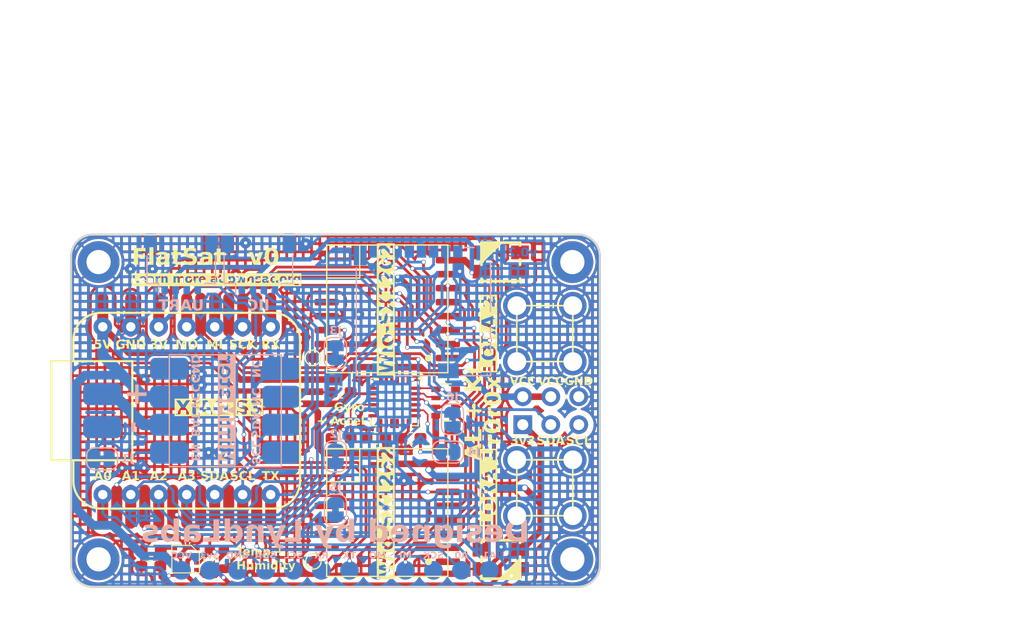
<source format=kicad_pcb>
(kicad_pcb (version 20241229) (generator "pcbnew") (generator_version "9.0")
  (layers (0 "F.Cu" signal) (2 "B.Cu" signal) (13 "F.Paste" user) (15 "B.Paste" user) (5 "F.SilkS" user "F.Silkscreen") (7 "B.SilkS" user "B.Silkscreen") (1 "F.Mask" user) (3 "B.Mask" user) (25 "Edge.Cuts" user))
  (net 0 "")
  (net 1 "Net-(U2-REGOUT)")
  (net 2 "GND")
  (net 3 "Net-(JP4-B)")
  (net 4 "MCU_RX_1")
  (net 5 "Net-(D1-DOUT)")
  (net 6 "Net-(JP4-A)")
  (net 7 "SCL")
  (net 8 "MCU_TX_1")
  (net 9 "Net-(JP1-B)")
  (net 10 "LED")
  (net 12 "CS1")
  (net 13 "CS2")
  (net 14 "SCK")
  (net 15 "MISO")
  (net 16 "MOSI")
  (net 17 "VCC")
  (net 22 "MCU_TX")
  (net 23 "MCU_RX")
  (net 24 "VBAT")
  (net 25 "Net-(JP2-A)")
  (net 26 "INT")
  (net 27 "Net-(JP3-A)")
  (net 28 "BUSY1")
  (net 29 "Net-(JP5-A)")
  (net 30 "BUSY2")
  (net 31 "Net-(U5-DI01)")
  (net 32 "Net-(U6-DI01)")
  (net 34 "SD_CS")
  (net 36 "A0")
  (net 37 "SD_DT")
  (net 39 "A1")
  (net 40 "+3V3")
  (net 41 "SDA")
  (net 42 "NCS")
  (net 43 "Net-(RN1D-R4.2)")
  (net 44 "Net-(RN1C-R3.2)")
  (footprint "Seeed:Wio-SX1262" (layer "F.Cu") (at 4.7 9.25 90)
    (property "Reference" "U6" (hide yes))
    (property "Value" "~")
  )
  (footprint "Package_LGA:Bosch_LGA-8_2.5x2.5mm_P0.65mm_ClockwisePinNumbering" (layer "F.Cu") (at -13.6 13.48 -90)
    (property "Reference" "U3" (hide yes))
    (property "Value" "BME280 /BMP280")
  )
  (footprint "MountingHole:MountingHole_2.2mm_M2_DIN965_Pad" (layer "F.Cu") (at -21.5 13.5)
    (property "Reference" "REF**" (hide yes))
    (property "Value" "M2" (hide yes))
  )
  (footprint "Capacitor_SMD:C_0603_1608Metric_Pad1.08x0.95mm_HandSolder" (layer "F.Cu") (at 0.5125 2.5 180)
    (property "Reference" "C1" (hide yes))
    (property "Value" "0.1uf")
  )
  (footprint "Capacitor_SMD:C_0603_1608Metric_Pad1.08x0.95mm_HandSolder" (layer "F.Cu") (at 0.5125 -1.67 180)
    (property "Reference" "C5" (hide yes))
    (property "Value" "0.1uf")
  )
  (footprint "Capacitor_SMD:C_0603_1608Metric_Pad1.08x0.95mm_HandSolder" (layer "F.Cu") (at 3.675 2.5 180)
    (property "Reference" "C4" (hide yes))
    (property "Value" "0.1uf")
  )
  (footprint "Connector_Coaxial:SMA_Amphenol_901-143_Horizontal" (layer "F.Cu") (at 19 7 -90)
    (property "Reference" "AE1" (hide yes))
    (property "Value" "u.fl to SMA Edge Mount")
  )
  (footprint "MountingHole:MountingHole_2.2mm_M2_DIN965_Pad" (layer "F.Cu") (at 21.5 13.5)
    (property "Reference" "REF**" (hide yes))
    (property "Value" "M2" (hide yes))
  )
  (footprint "Connector_Coaxial:SMA_Amphenol_901-143_Horizontal" (layer "F.Cu") (at 19 -7 -90)
    (property "Reference" "AE2" (hide yes))
    (property "Value" "u.fl to SMA Edge Mount")
  )
  (footprint "Capacitor_SMD:C_0603_1608Metric_Pad1.08x0.95mm_HandSolder" (layer "F.Cu") (at 6.85 2.5 180)
    (property "Reference" "C2" (hide yes))
    (property "Value" "2.2uf")
  )
  (footprint "Capacitor_SMD:C_0603_1608Metric_Pad1.08x0.95mm_HandSolder" (layer "F.Cu") (at -16.72 12.73 180)
    (property "Reference" "C6" (hide yes))
    (property "Value" "100nF")
  )
  (footprint "Capacitor_SMD:C_0603_1608Metric_Pad1.08x0.95mm_HandSolder" (layer "F.Cu") (at -16.76 14.12 180)
    (property "Reference" "C3" (hide yes))
    (property "Value" "100nF")
  )
  (footprint "MountingHole:MountingHole_2.2mm_M2_DIN965_Pad" (layer "F.Cu") (at 21.5 -13.5)
    (property "Reference" "REF**" (hide yes))
    (property "Value" "M2" (hide yes))
  )
  (footprint "Seeed:XIAO_SMT" (layer "F.Cu") (at -13.5 0 -90)
    (property "Reference" "U1" (hide yes))
    (property "Value" "Xiao" (hide yes))
  )
  (footprint "LED_SMD:LED_SK6812MINI_PLCC4_3.5x3.5mm_P1.75mm" (layer "F.Cu") (at 15 -13.5 180)
    (property "Reference" "D2" (hide yes))
    (property "Value" "SK6812MINI")
  )
  (footprint "LED_SMD:LED_SK6812MINI_PLCC4_3.5x3.5mm_P1.75mm" (layer "F.Cu") (at 15 13.5)
    (property "Reference" "D1" (hide yes))
    (property "Value" "SK6812MINI")
  )
  (footprint "Resistor_SMD:R_0603_1608Metric" (layer "F.Cu") (at -11.405 13.53 90)
    (property "Reference" "R5" (hide yes))
    (property "Value" "4.7K")
  )
  (footprint "TestPoint:TestPoint_Pad_D1.0mm" (layer "F.Cu") (at -2 13.69)
    (property "Reference" "TP2" (hide yes))
    (property "Value" "TestPoint" (hide yes))
  )
  (footprint "Connector_PinHeader_2.54mm:PinHeader_2x03_P2.54mm_Vertical" (layer "F.Cu") (at 17 1.27 90)
    (property "Reference" "J4" (hide yes))
    (property "Value" "Conn_02x03_Odd_Even")
  )
  (footprint "Seeed:Wio-SX1262" (layer "F.Cu") (at 4.7 -9.25 90)
    (property "Reference" "U5" (hide yes))
    (property "Value" "~")
  )
  (footprint "TestPoint:TestPoint_Pad_D1.0mm" (layer "F.Cu") (at -2.05 -4.8)
    (property "Reference" "TP1" (hide yes))
    (property "Value" "TestPoint" (hide yes))
  )
  (footprint "Resistor_SMD:R_Array_Convex_4x0603" (layer "F.Cu") (at 10 -0.75)
    (property "Reference" "RN1" (hide yes))
    (property "Value" "10K")
  )
  (footprint "MountingHole:MountingHole_2.2mm_M2_DIN965_Pad" (layer "F.Cu") (at -21.5 -13.5)
    (property "Reference" "REF**" (hide yes))
    (property "Value" "M2" (hide yes))
  )
  (footprint "Resistor_SMD:R_0603_1608Metric" (layer "F.Cu") (at -10.13 13.53 90)
    (property "Reference" "R4" (hide yes))
    (property "Value" "4.7K")
  )
  (footprint "Sensor_Motion:InvenSense_QFN-24_4x4mm_P0.5mm" (layer "F.Cu") (at 5.36 -0.79 -90)
    (property "Reference" "U2" (hide yes))
    (property "Value" "MPU-6050 / 6500")
  )
  (footprint "Jumper:SolderJumper-2_P1.3mm_Bridged_RoundedPad1.0x1.5mm" (layer "B.Cu") (at 10.62 0.79 -90)
    (property "Reference" "JP6" (hide yes))
    (property "Value" "SolderJumper_2_Bridged")
  )
  (footprint "PicoCharge:MiniMeter" (layer "B.Cu") (at -10 0 -90)
    (property "Reference" "U4" (hide yes))
    (property "Value" "MiniMeter")
  )
  (footprint "Connector_PinHeader_2.54mm:PinHeader_1x12_P2.54mm_Vertical" (layer "B.Cu") (at -13.97 14.5 -90)
    (property "Reference" "J5" (hide yes))
    (property "Value" "Conn_01x12_Pin")
  )
  (footprint "Jumper:SolderJumper-2_P1.3mm_Bridged_RoundedPad1.0x1.5mm" (layer "B.Cu") (at -21.18 4.37)
    (property "Reference" "JP1" (hide yes))
    (property "Value" "SolderJumper_2_Bridged")
  )
  (footprint "Connector_JST:JST_PH_S2B-PH-SM4-TB_1x02-1MP_P2.00mm_Horizontal" (layer "B.Cu") (at -24 0 90)
    (property "Reference" "J1" (hide yes))
    (property "Value" "LiPo" (hide yes))
  )
  (footprint "Connector_Card:microSD_HC_Molex_104031-0811" (layer "B.Cu") (at 8 -9 180)
    (property "Reference" "J7" (hide yes))
    (property "Value" "Micro_SD_Card_Det2")
  )
  (footprint "Jumper:SolderJumper-2_P1.3mm_Bridged_RoundedPad1.0x1.5mm" (layer "B.Cu") (at 0 4.15 -90)
    (property "Reference" "JP2" (hide yes))
    (property "Value" "SolderJumper_2_Bridged")
  )
  (footprint "Connector_JST:JST_SH_SM04B-SRSS-TB_1x04-1MP_P1.00mm_Horizontal" (layer "B.Cu") (at -14 -13.35)
    (property "Reference" "J2" (hide yes))
    (property "Value" "Conn_01x04_MountingPin" (hide yes))
  )
  (footprint "Jumper:SolderJumper-2_P1.3mm_Bridged_RoundedPad1.0x1.5mm" (layer "B.Cu") (at 10.2 3.76 180)
    (property "Reference" "JP4" (hide yes))
    (property "Value" "SolderJumper_2_Bridged")
  )
  (footprint "Connector_JST:JST_SH_SM04B-SRSS-TB_1x04-1MP_P1.00mm_Horizontal" (layer "B.Cu") (at -7 -13.35)
    (property "Reference" "J3" (hide yes))
    (property "Value" "Conn_01x04_MountingPin" (hide yes))
  )
  (footprint "Jumper:SolderJumper-2_P1.3mm_Bridged_RoundedPad1.0x1.5mm" (layer "B.Cu") (at 0 -5.25 -90)
    (property "Reference" "JP3" (hide yes))
    (property "Value" "SolderJumper_2_Bridged")
  )
  (footprint "Jumper:SolderJumper-2_P1.3mm_Bridged_RoundedPad1.0x1.5mm" (layer "B.Cu") (at 0 9 90)
    (property "Reference" "JP5" (hide yes))
    (property "Value" "SolderJumper_2_Bridged")
  )
  (gr_arc (start -24 -14) (mid -23.414214 -15.414214) (end -22 -16) (stroke (width 0.2)) (layer "Edge.Cuts"))
  (gr_arc (start 24 14) (mid 23.414214 15.414214) (end 22 16) (stroke (width 0.2)) (layer "Edge.Cuts"))
  (gr_line (start -22 16) (end 22 16) (stroke (width 0.2)) (layer "Edge.Cuts"))
  (gr_line (start 22 -16) (end -22 -16) (stroke (width 0.2)) (layer "Edge.Cuts"))
  (gr_arc (start -22 16) (mid -23.414214 15.414214) (end -24 14) (stroke (width 0.2)) (layer "Edge.Cuts"))
  (gr_line (start -24 -14) (end -24 14) (stroke (width 0.2)) (layer "Edge.Cuts"))
  (gr_line (start 24 14) (end 24 -14) (stroke (width 0.2)) (layer "Edge.Cuts"))
  (gr_arc (start 22 -16) (mid 23.414214 -15.414214) (end 24 -14) (stroke (width 0.2)) (layer "Edge.Cuts"))
  (gr_text "v0.2" (at 18.3 -13.87 0) (layer "B.Cu") (effects (font (size 0.8 0.8) (thickness 0.15) (bold yes)) (justify left bottom mirror)))
  (gr_text "AL + KL" (at 13.5 0 90) (layer "F.SilkS") (effects (font (size 1.5 1.5) (thickness 0.1875) (bold yes)) (justify bottom)))
  (gr_text "Temp +\nHumidity" (at -9 13.475 0) (layer "F.SilkS") (effects (font (size 0.75 0.75) (thickness 0.1875) (bold yes)) (justify left)))
  (gr_text "Learn more at pwnsat.org" (at -18.5 -11.5 0) (layer "F.SilkS" knockout) (effects (font (size 0.75 0.75) (thickness 0.1875) (bold yes)) (justify left bottom)))
  (gr_text "r0r0x" (at 15.25 0 90) (layer "F.SilkS") (effects (font (size 1.5 1.5) (thickness 0.1875) (bold yes)) (justify bottom)))
  (gr_text "FlatSat" (at -18.5 -13 0) (layer "F.SilkS") (effects (font (size 1.5 1.5) (thickness 0.3) (bold yes)) (justify left bottom)))
  (gr_text "Gyro\n+ Accel" (at 2.66 1.4 0) (layer "F.SilkS") (effects (font (size 0.75 0.75) (thickness 0.1875) (bold yes)) (justify right bottom)))
  (gr_text "v0" (at -7.9 -13 0) (layer "F.SilkS") (effects (font (size 1.5 1.5) (thickness 0.3) (bold yes)) (justify left bottom)))
  (gr_text "Designed by LyndLabs" (at 0 12.25 0) (layer "B.SilkS") (effects (font (size 2 2) (thickness 0.1875) (bold yes)) (justify bottom mirror)))
  (segment (start 1.375 -0.035) (end 1.375 2.5) (width 0.15) (layer "F.Cu") (net 1))
  (segment (start 3.41 -0.54) (end 1.88 -0.54) (width 0.15) (layer "F.Cu") (net 1))
  (segment (start 1.88 -0.54) (end 1.375 -0.035) (width 0.15) (layer "F.Cu") (net 1))
  (segment (start -14.049 12.959) (end -13.595 12.505) (width 0.25) (layer "F.Cu") (net 2))
  (segment (start 2.275 -0.04) (end 3.41 -0.04) (width 0.15) (layer "F.Cu") (net 2))
  (segment (start 6.995 -2.84) (end 6.71 -2.84) (width 0.25) (layer "F.Cu") (net 2))
  (segment (start -14.049 13.231) (end -14.049 13.49) (width 0.25) (layer "F.Cu") (net 2))
  (segment (start -17.4 14.3825) (end -17.44 14.3425) (width 0.4) (layer "F.Cu") (net 2))
  (segment (start 13.727 14.375) (end 15.04 13.062) (width 0.4) (layer "F.Cu") (net 2))
  (segment (start -14.049 13.231) (end -14.049 12.959) (width 0.25) (layer "F.Cu") (net 2))
  (segment (start 6.61 1.16) (end 6.61 1.8775) (width 0.25) (layer "F.Cu") (net 2))
  (segment (start -14.049 13.49) (end -14.384 13.155) (width 0.25) (layer "F.Cu") (net 2))
  (segment (start -14.625 14.455) (end -14.385 14.455) (width 0.25) (layer "F.Cu") (net 2))
  (segment (start 5.293201 3.194299) (end 5.9875 2.5) (width 0.25) (layer "F.Cu") (net 2))
  (segment (start 6.71 -2.84) (end 6.61 -2.74) (width 0.25) (layer "F.Cu") (net 2))
  (segment (start -13.595 12.505) (end -12.575 12.505) (width 0.25) (layer "F.Cu") (net 2))
  (segment (start 13.25 14.375) (end 13.727 14.375) (width 0.4) (layer "F.Cu") (net 2))
  (segment (start 6.2 2.2875) (end 5.9875 2.5) (width 0.15) (layer "F.Cu") (net 2))
  (segment (start 5.288816 3.194299) (end 5.293201 3.194299) (width 0.25) (layer "F.Cu") (net 2))
  (segment (start -14.385 14.455) (end -14.049 14.119) (width 0.25) (layer "F.Cu") (net 2))
  (segment (start -14.384 13.155) (end -14.625 13.155) (width 0.25) (layer "F.Cu") (net 2))
  (segment (start 15.04 13.062) (end 15.04 12.37) (width 0.4) (layer "F.Cu") (net 2))
  (segment (start 2.01 0.225) (end 2.275 -0.04) (width 0.15) (layer "F.Cu") (net 2))
  (segment (start -14.049 14.119) (end -14.049 13.231) (width 0.25) (layer "F.Cu") (net 2))
  (segment (start 6.61 1.8775) (end 5.9875 2.5) (width 0.25) (layer "F.Cu") (net 2))
  (via (at -1.12 -13.87) (size 0.4) (drill 0.3) (layers "F.Cu" "B.Cu") (net 2))
  (via (at 5.22 6.36) (size 0.4) (drill 0.3) (layers "F.Cu" "B.Cu") (net 2))
  (via (at 6.22 6.36) (size 0.4) (drill 0.3) (layers "F.Cu" "B.Cu") (net 2))
  (via (at 5.47 -6.02) (size 0.4) (drill 0.3) (layers "F.Cu" "B.Cu") (net 2))
  (via (at 2.1 -8.74) (size 0.4) (drill 0.3) (layers "F.Cu" "B.Cu") (net 2))
  (via (at -9.04 -12.4) (size 0.4) (drill 0.3) (layers "F.Cu" "B.Cu") (net 2))
  (via (at 5.33 11.37) (size 0.4) (drill 0.3) (layers "F.Cu" "B.Cu") (net 2))
  (via (at -18.61 -12.88) (size 0.4) (drill 0.3) (layers "F.Cu" "B.Cu") (net 2))
  (via (at -12.18 -3.32) (size 0.4) (drill 0.3) (layers "F.Cu" "B.Cu") (net 2))
  (via (at 3.3 -2.65) (size 0.4) (drill 0.3) (layers "F.Cu" "B.Cu") (net 2))
  (via (at -17.37 5.2) (size 0.4) (drill 0.3) (layers "F.Cu" "B.Cu") (net 2))
  (via (at -16.61 -12.88) (size 0.4) (drill 0.3) (layers "F.Cu" "B.Cu") (net 2))
  (via (at -3.71 -11.03) (size 0.4) (drill 0.3) (layers "F.Cu" "B.Cu") (net 2))
  (via (at -4.33 -7.65) (size 0.4) (drill 0.3) (layers "F.Cu" "B.Cu") (net 2))
  (via (at 0.72 1.71) (size 0.4) (drill 0.3) (layers "F.Cu" "B.Cu") (net 2))
  (via (at 5.64 -12.15) (size 0.4) (drill 0.3) (layers "F.Cu" "B.Cu") (net 2))
  (via (at 11.28 -12.66) (size 0.4) (drill 0.3) (layers "F.Cu" "B.Cu") (net 2))
  (via (at 5.288816 3.194299) (size 0.4) (drill 0.3) (layers "F.Cu" "B.Cu") (net 2))
  (via (at 6.995 -2.84) (size 0.4) (drill 0.3) (layers "F.Cu" "B.Cu") (net 2))
  (via (at -12.18 -2.32) (size 0.4) (drill 0.3) (layers "F.Cu" "B.Cu") (net 2))
  (via (at -7.77 14.94) (size 0.4) (drill 0.3) (layers "F.Cu" "B.Cu") (net 2))
  (via (at 11.75 -2.44) (size 0.4) (drill 0.3) (layers "F.Cu" "B.Cu") (net 2))
  (via (at 15.04 12.37) (size 0.4) (drill 0.3) (layers "F.Cu" "B.Cu") (net 2))
  (via (at -11.51 3.8) (size 0.4) (drill 0.3) (layers "F.Cu" "B.Cu") (net 2))
  (via (at 4.22 8.13) (size 0.4) (drill 0.3) (layers "F.Cu" "B.Cu") (net 2))
  (via (at -15.116171 14.998796) (size 0.4) (drill 0.3) (layers "F.Cu" "B.Cu") (net 2))
  (via (at 5.56 -14.83) (size 0.4) (drill 0.3) (layers "F.Cu" "B.Cu") (net 2))
  (via (at -18.37 5.2) (size 0.4) (drill 0.3) (layers "F.Cu" "B.Cu") (net 2))
  (via (at -2.7 -15.16) (size 0.4) (drill 0.3) (layers "F.Cu" "B.Cu") (net 2))
  (via (at -10.51 3.8) (size 0.4) (drill 0.3) (layers "F.Cu" "B.Cu") (net 2))
  (via (at -8.16 -15.24) (size 0.4) (drill 0.3) (layers "F.Cu" "B.Cu") (net 2))
  (via (at 2.01 0.225) (size 0.4) (drill 0.3) (layers "F.Cu" "B.Cu") (net 2))
  (via (at -19.37 5.2) (size 0.4) (drill 0.3) (layers "F.Cu" "B.Cu") (net 2))
  (via (at 4.22 6.36) (size 0.4) (drill 0.3) (layers "F.Cu" "B.Cu") (net 2))
  (via (at -17.37 -2.85) (size 0.4) (drill 0.3) (layers "F.Cu" "B.Cu") (net 2))
  (via (at 4.1 -8.74) (size 0.4) (drill 0.3) (layers "F.Cu" "B.Cu") (net 2))
  (segment (start 10.24 -3.625) (end 12.365 -5.75) (width 0.25) (layer "B.Cu") (net 2))
  (segment (start 3.281 -13.064) (end 4.815123 -13.064) (width 0.25) (layer "B.Cu") (net 2))
  (segment (start 5.605 -13.853877) (end 5.605 -14.45) (width 0.25) (layer "B.Cu") (net 2))
  (segment (start -8.5 -11.9) (end -8.5 -11.35) (width 0.25) (layer "B.Cu") (net 2))
  (segment (start 2.245 -14.1) (end 3.281 -13.064) (width 0.25) (layer "B.Cu") (net 2))
  (segment (start -9 -12.4) (end -8.5 -11.9) (width 0.25) (layer "B.Cu") (net 2))
  (segment (start 15.17 -5.75) (end 16.46 -4.46) (width 0.25) (layer "B.Cu") (net 2))
  (segment (start 12.365 -5.75) (end 15.17 -5.75) (width 0.25) (layer "B.Cu") (net 2))
  (segment (start -9.04 -12.4) (end -9 -12.4) (width 0.25) (layer "B.Cu") (net 2))
  (segment (start 4.815123 -13.064) (end 5.605 -13.853877) (width 0.25) (layer "B.Cu") (net 2))
  (segment (start 7.7125 2.5) (end 7.7125 3.7375) (width 0.25) (layer "F.Cu") (net 3))
  (segment (start 7.7125 3.7375) (end 7.71 3.74) (width 0.25) (layer "F.Cu") (net 3))
  (via (at 7.71 3.74) (size 0.4) (drill 0.3) (layers "F.Cu" "B.Cu") (net 3))
  (segment (start 9.55 3.76) (end 7.73 3.76) (width 0.25) (layer "B.Cu") (net 3))
  (segment (start 7.73 3.76) (end 7.71 3.74) (width 0.25) (layer "B.Cu") (net 3))
  (segment (start 13.25 12.625) (end 13.691 12.184) (width 0.25) (layer "F.Cu") (net 5))
  (segment (start 14.46 -0.97) (end 14.46 -5.97) (width 0.25) (layer "F.Cu") (net 5))
  (segment (start 13.691 -0.201) (end 14.46 -0.97) (width 0.25) (layer "F.Cu") (net 5))
  (segment (start 14.75 -13.202) (end 13.577 -14.375) (width 0.25) (layer "F.Cu") (net 5))
  (segment (start 14.46 -5.97) (end 14.75 -6.26) (width 0.25) (layer "F.Cu") (net 5))
  (segment (start 13.691 12.184) (end 13.691 -0.201) (width 0.25) (layer "F.Cu") (net 5))
  (segment (start 13.577 -14.375) (end 13.25 -14.375) (width 0.25) (layer "F.Cu") (net 5))
  (segment (start 14.75 -6.26) (end 14.75 -13.202) (width 0.25) (layer "F.Cu") (net 5))
  (segment (start 7.99 -0.04) (end 8.37 0.34) (width 0.15) (layer "F.Cu") (net 6))
  (segment (start 7.31 -0.04) (end 7.99 -0.04) (width 0.15) (layer "F.Cu") (net 6))
  (segment (start 8.37 0.34) (end 8.37 1.2) (width 0.15) (layer "F.Cu") (net 6))
  (via (at 8.37 1.2) (size 0.4) (drill 0.3) (layers "F.Cu" "B.Cu") (net 6))
  (segment (start 9.988106 2.48) (end 10.85 3.341894) (width 0.25) (layer "B.Cu") (net 6))
  (segment (start 8.37 1.2) (end 8.37 1.91) (width 0.25) (layer "B.Cu") (net 6))
  (segment (start 8.94 2.48) (end 9.988106 2.48) (width 0.25) (layer "B.Cu") (net 6))
  (segment (start 8.37 1.91) (end 8.94 2.48) (width 0.25) (layer "B.Cu") (net 6))
  (segment (start 10.85 3.341894) (end 10.85 3.76) (width 0.25) (layer "B.Cu") (net 6))
  (segment (start 6.518 -9.32419) (end 5.801418 -10.040772) (width 0.25) (layer "F.Cu") (net 7))
  (segment (start -11.949 15.081) (end -10.856 15.081) (width 0.25) (layer "F.Cu") (net 7))
  (segment (start -8.42 12.645) (end -8.42 7.62) (width 0.25) (layer "F.Cu") (net 7))
  (segment (start 5.801418 -10.040772) (end 5.696764 -10.040772) (width 0.25) (layer "F.Cu") (net 7))
  (segment (start 6.53 -5.749) (end 6.518 -5.761) (width 0.25) (layer "F.Cu") (net 7))
  (segment (start 8.2981 -1.253) (end 8.0001 -1.551) (width 0.15) (layer "F.Cu") (net 7))
  (segment (start 8.997 -1.253) (end 8.2981 -1.253) (width 0.15) (layer "F.Cu") (net 7))
  (segment (start 9.1 -1.15) (end 9.72 -1.15) (width 0.25) (layer "F.Cu") (net 7))
  (segment (start 8.0001 -1.551) (end 7.31 -1.551) (width 0.15) (layer "F.Cu") (net 7))
  (segment (start -10.13 14.355) (end -8.42 12.645) (width 0.25) (layer "F.Cu") (net 7))
  (segment (start 9.1 -1.15) (end 8.997 -1.253) (width 0.15) (layer "F.Cu") (net 7))
  (segment (start -12.575 14.455) (end -11.949 15.081) (width 0.25) (layer "F.Cu") (net 7))
  (segment (start 6.518 -5.761) (end 6.518 -9.32419) (width 0.25) (layer "F.Cu") (net 7))
  (segment (start -10.856 15.081) (end -10.13 14.355) (width 0.25) (layer "F.Cu") (net 7))
  (via (at 5.696764 -10.040772) (size 0.4) (drill 0.3) (layers "F.Cu" "B.Cu") (net 7))
  (via (at 9.72 -1.15) (size 0.4) (drill 0.3) (layers "F.Cu" "B.Cu") (net 7))
  (via (at -8.366268 12.358732) (size 0.4) (drill 0.3) (layers "F.Cu" "B.Cu") (net 7))
  (via (at 6.53 -5.749) (size 0.4) (drill 0.3) (layers "F.Cu" "B.Cu") (net 7))
  (segment (start -4.92 3.81) (end -6.35 3.81) (width 0.25) (layer "B.Cu") (net 7))
  (segment (start -8.42 5.95781) (end -8.42 7.62) (width 0.25) (layer "B.Cu") (net 7))
  (segment (start -5.5 -11.35) (end -5.5 -10.84) (width 0.25) (layer "B.Cu") (net 7))
  (segment (start 4.311418 -10.040772) (end 2.35219 -12) (width 0.25) (layer "B.Cu") (net 7))
  (segment (start -2.844 2.594) (end -4.075 3.825) (width 0.25) (layer "B.Cu") (net 7))
  (segment (start 2.35219 -12) (end -4.85 -12) (width 0.25) (layer "B.Cu") (net 7))
  (segment (start 8.513 -5.047) (end 7.811 -5.749) (width 0.25) (layer "B.Cu") (net 7))
  (segment (start -6.545 4.005) (end -6.545 4.08281) (width 0.25) (layer "B.Cu") (net 7))
  (segment (start -7.561 12.659) (end -7.01 13.21) (width 0.25) (layer "B.Cu") (net 7))
  (segment (start 5.696764 -10.040772) (end 4.311418 -10.040772) (width 0.25) (layer "B.Cu") (net 7))
  (segment (start 7.811 -5.749) (end 6.53 -5.749) (width 0.25) (layer "B.Cu") (net 7))
  (segment (start -5.58 13.21) (end -4.29 14.5) (width 0.25) (layer "B.Cu") (net 7))
  (segment (start -4.491 -10.341) (end -1.64 -7.49) (width 0.25) (layer "B.Cu") (net 7))
  (segment (start 9.72 -1.15) (end 8.513 -2.357) (width 0.25) (layer "B.Cu") (net 7))
  (segment (start -4.92 2.98) (end -4.92 3.81) (width 0.25) (layer "B.Cu") (net 7))
  (segment (start -4.85 -12) (end -5.5 -11.35) (width 0.25) (layer "B.Cu") (net 7))
  (segment (start 12.86919 0.357) (end 13.735 0.357) (width 0.25) (layer "B.Cu") (net 7))
  (segment (start -8.066 12.659) (end -7.561 12.659) (width 0.25) (layer "B.Cu") (net 7))
  (segment (start -1.64 -0.3) (end -2.844 0.904) (width 0.25) (layer "B.Cu") (net 7))
  (segment (start -4.29 14.5) (end -3.81 14.5) (width 0.25) (layer "B.Cu") (net 7))
  (segment (start 15.998 2.62) (end 20.73 2.62) (width 0.25) (layer "B.Cu") (net 7))
  (segment (start -5.5 -10.84) (end -5.001 -10.341) (width 0.25) (layer "B.Cu") (net 7))
  (segment (start -8.366268 12.358732) (end -8.066 12.659) (width 0.25) (layer "B.Cu") (net 7))
  (segment (start 11.36219 -1.15) (end 12.86919 0.357) (width 0.25) (layer "B.Cu") (net 7))
  (segment (start -5.001 -10.341) (end -4.491 -10.341) (width 0.25) (layer "B.Cu") (net 7))
  (segment (start 8.513 -2.357) (end 8.513 -5.047) (width 0.25) (layer "B.Cu") (net 7))
  (segment (start 20.73 2.62) (end 22.08 1.27) (width 0.25) (layer "B.Cu") (net 7))
  (segment (start 13.735 0.357) (end 15.998 2.62) (width 0.25) (layer "B.Cu") (net 7))
  (segment (start -6.545 4.08281) (end -8.42 5.95781) (width 0.25) (layer "B.Cu") (net 7))
  (segment (start -7.01 13.21) (end -5.58 13.21) (width 0.25) (layer "B.Cu") (net 7))
  (segment (start -1.64 -7.49) (end -1.64 -0.3) (width 0.25) (layer "B.Cu") (net 7))
  (segment (start 9.72 -1.15) (end 11.36219 -1.15) (width 0.25) (layer "B.Cu") (net 7))
  (segment (start -4.075 3.825) (end -4.92 2.98) (width 0.25) (layer "B.Cu") (net 7))
  (segment (start -6.35 3.81) (end -6.545 4.005) (width 0.25) (layer "B.Cu") (net 7))
  (segment (start -2.844 0.904) (end -2.844 2.594) (width 0.25) (layer "B.Cu") (net 7))
  (segment (start -18.6 4.37) (end -18.04 3.81) (width 0.25) (layer "B.Cu") (net 9))
  (segment (start -18.04 3.81) (end -15.08 3.81) (width 0.25) (layer "B.Cu") (net 9))
  (segment (start -20.53 4.37) (end -18.6 4.37) (width 0.25) (layer "B.Cu") (net 9))
  (segment (start 16.75 14.375) (end 16.575 14.375) (width 0.25) (layer "F.Cu") (net 10))
  (via (at 15.98 15.01) (size 0.4) (drill 0.3) (layers "F.Cu" "B.Cu") (net 10))
  (segment (start -5.901 12.179) (end -6.3 11.78) (width 0.25) (layer "B.Cu") (net 10))
  (segment (start -20.746 9.684) (end -21.12 9.31) (width 0.25) (layer "B.Cu") (net 10))
  (segment (start 15.98 15.01) (end 15.31 15.68) (width 0.25) (layer "B.Cu") (net 10))
  (segment (start 12.65 13.868884) (end 10.960116 12.179) (width 0.25) (layer "B.Cu") (net 10))
  (segment (start -8.53 11.78) (end -9.05 12.3) (width 0.25) (layer "B.Cu") (net 10))
  (segment (start 13.486884 15.68) (end 12.65 14.843116) (width 0.25) (layer "B.Cu") (net 10))
  (segment (start 15.31 15.68) (end 13.486884 15.68) (width 0.25) (layer "B.Cu") (net 10))
  (segment (start -9.05 12.3) (end -17.303281 12.3) (width 0.25) (layer "B.Cu") (net 10))
  (segment (start 10.960116 12.179) (end -5.901 12.179) (width 0.25) (layer "B.Cu") (net 10))
  (segment (start 12.65 14.843116) (end 12.65 13.868884) (width 0.25) (layer "B.Cu") (net 10))
  (segment (start -17.303281 12.3) (end -19.919281 9.684) (width 0.25) (layer "B.Cu") (net 10))
  (segment (start -19.919281 9.684) (end -20.746 9.684) (width 0.25) (layer "B.Cu") (net 10))
  (segment (start -6.3 11.78) (end -8.53 11.78) (width 0.25) (layer "B.Cu") (net 10))
  (segment (start -21.12 9.31) (end -21.12 7.62) (width 0.25) (layer "B.Cu") (net 10))
  (via (at 10.2 -11.36) (size 0.4) (drill 0.3) (layers "F.Cu" "B.Cu") (net 12))
  (segment (start 10.2 -11.36) (end 10.194 -11.354) (width 0.25) (layer "B.Cu") (net 12))
  (segment (start -15.552884 6.444) (end -17.404 6.444) (width 0.25) (layer "B.Cu") (net 12))
  (segment (start 7.68 -6.95) (end 4.81 -6.95) (width 0.25) (layer "B.Cu") (net 12))
  (segment (start 2.16 -1.28781) (end -1.189 2.06119) (width 0.25) (layer "B.Cu") (net 12))
  (segment (start 10.194 -11.354) (end 10.194 -9.464) (width 0.25) (layer "B.Cu") (net 12))
  (segment (start -14.736095 7.260789) (end -15.552884 6.444) (width 0.25) (layer "B.Cu") (net 12))
  (segment (start -4.961 9.901) (end -13.12119 9.901) (width 0.25) (layer "B.Cu") (net 12))
  (segment (start -13.12119 9.901) (end -14.736095 8.286095) (width 0.25) (layer "B.Cu") (net 12))
  (segment (start -1.189 2.06119) (end -1.189 6.129) (width 0.25) (layer "B.Cu") (net 12))
  (segment (start 2.16 -4.3) (end 2.16 -1.28781) (width 0.25) (layer "B.Cu") (net 12))
  (segment (start -17.404 6.444) (end -18.58 7.62) (width 0.25) (layer "B.Cu") (net 12))
  (segment (start 10.194 -9.464) (end 7.68 -6.95) (width 0.25) (layer "B.Cu") (net 12))
  (segment (start 4.81 -6.95) (end 2.16 -4.3) (width 0.25) (layer "B.Cu") (net 12))
  (segment (start -14.736095 8.286095) (end -14.736095 7.260789) (width 0.25) (layer "B.Cu") (net 12))
  (segment (start -1.189 6.129) (end -4.961 9.901) (width 0.25) (layer "B.Cu") (net 12))
  (segment (start 10.19 7.38) (end 10.2 7.37) (width 0.25) (layer "F.Cu") (net 13))
  (segment (start 8.4 7.38) (end 10.19 7.38) (width 0.25) (layer "F.Cu") (net 13))
  (via (at 8.4 7.38) (size 0.4) (drill 0.3) (layers "F.Cu" "B.Cu") (net 13))
  (segment (start -16.04 7.62) (end -16.04 8.81) (width 0.25) (layer "B.Cu") (net 13))
  (segment (start -14.047 10.803) (end -4.58738 10.803) (width 0.25) (layer "B.Cu") (net 13))
  (segment (start -4.58738 10.803) (end -1.16438 7.38) (width 0.25) (layer "B.Cu") (net 13))
  (segment (start -16.04 8.81) (end -14.047 10.803) (width 0.25) (layer "B.Cu") (net 13))
  (segment (start -1.16438 7.38) (end 8.4 7.38) (width 0.25) (layer "B.Cu") (net 13))
  (segment (start 9.64 -8.59) (end 9.32 -8.59) (width 0.25) (layer "F.Cu") (net 14))
  (segment (start -8.42 -7.62) (end -7.976 -8.064) (width 0.25) (layer "F.Cu") (net 14))
  (segment (start -7.36814 -11.17) (end -8.42 -10.11814) (width 0.25) (layer "F.Cu") (net 14))
  (segment (start 3.74781 -12.14) (end -4.98 -12.14) (width 0.25) (layer "F.Cu") (net 14))
  (segment (start 12.57 -7.505) (end 12.57 -6.175818) (width 0.25) (layer "F.Cu") (net 14))
  (segment (start 12.27 8.39) (end 10.75 9.91) (width 0.25) (layer "F.Cu") (net 14))
  (segment (start 9.57 9.91) (end 10.2 9.91) (width 0.25) (layer "F.Cu") (net 14))
  (segment (start 6.99419 11.548) (end 7.932 11.548) (width 0.25) (layer "F.Cu") (net 14))
  (segment (start 7.932 11.548) (end 9.57 9.91) (width 0.25) (layer "F.Cu") (net 14))
  (segment (start 5.293422 13.248768) (end 6.99419 11.548) (width 0.25) (layer "F.Cu") (net 14))
  (segment (start 13.078 -1.56019) (end 12.27 -0.75219) (width 0.25) (layer "F.Cu") (net 14))
  (segment (start 13.078 -5.667818) (end 13.078 -1.56019) (width 0.25) (layer "F.Cu") (net 14))
  (segment (start 4.569078 -12.961268) (end 3.74781 -12.14) (width 0.25) (layer "F.Cu") (net 14))
  (segment (start 10.21 -8.02) (end 10.2 -8.03) (width 0.25) (layer "F.Cu") (net 14))
  (segment (start 10.21 -8.58) (end 10.2 -8.59) (width 0.25) (layer "F.Cu") (net 14))
  (segment (start 10.75 9.91) (end 10.2 9.91) (width 0.25) (layer "F.Cu") (net 14))
  (segment (start 7.99 -12.75) (end 7.99 -13.499998) (width 0.25) (layer "F.Cu") (net 14))
  (segment (start 12.57 -6.175818) (end 13.078 -5.667818) (width 0.25) (layer "F.Cu") (net 14))
  (segment (start 5.188768 13.248768) (end 5.293422 13.248768) (width 0.25) (layer "F.Cu") (net 14))
  (segment (start -5.95 -11.17) (end -7.36814 -11.17) (width 0.25) (layer "F.Cu") (net 14))
  (segment (start -8.42 -10.11814) (end -8.42 -7.62) (width 0.25) (layer "F.Cu") (net 14))
  (segment (start 5.456268 -12.961268) (end 4.569078 -12.961268) (width 0.25) (layer "F.Cu") (net 14))
  (segment (start 12.27 -0.75219) (end 12.27 8.39) (width 0.25) (layer "F.Cu") (net 14))
  (segment (start 5.456268 -12.961268) (end 5.028732 -12.961268) (width 0.25) (layer "F.Cu") (net 14))
  (segment (start 9.32 -8.59) (end 8.626 -9.284) (width 0.25) (layer "F.Cu") (net 14))
  (segment (start 8.626 -12.114) (end 7.99 -12.75) (width 0.25) (layer "F.Cu") (net 14))
  (segment (start 10.21 -8.02) (end 10.21 -8.58) (width 0.25) (layer "F.Cu") (net 14))
  (segment (start 11.055 -8.59) (end 10.2 -8.59) (width 0.25) (layer "F.Cu") (net 14))
  (segment (start 8.626 -9.284) (end 8.626 -12.114) (width 0.25) (layer "F.Cu") (net 14))
  (segment (start -4.98 -12.14) (end -5.95 -11.17) (width 0.25) (layer "F.Cu") (net 14))
  (via (at 7.99 -13.499998) (size 0.4) (drill 0.3) (layers "F.Cu" "B.Cu") (net 14))
  (via (at 5.456268 -12.961268) (size 0.4) (drill 0.3) (layers "F.Cu" "B.Cu") (net 14))
  (via (at 12.57 -7.505) (size 0.4) (drill 0.3) (layers "F.Cu" "B.Cu") (net 14))
  (via (at 5.188768 13.248768) (size 0.4) (drill 0.3) (layers "F.Cu" "B.Cu") (net 14))
  (via (at 10.21 -8.02) (size 0.4) (drill 0.3) (layers "F.Cu" "B.Cu") (net 14))
  (segment (start 5.271232 13.248768) (end 5.29 13.23) (width 0.25) (layer "B.Cu") (net 14))
  (segment (start 5.475 -12.98) (end 6.07 -12.98) (width 0.25) (layer "B.Cu") (net 14))
  (segment (start 6.589998 -14.334998) (end 6.705 -14.45) (width 0.25) (layer "B.Cu") (net 14))
  (segment (start 6.589998 -13.499998) (end 7.99 -13.499998) (width 0.25) (layer "B.Cu") (net 14))
  (segment (start 12.57 -7.505) (end 10.725 -7.505) (width 0.25) (layer "B.Cu") (net 14))
  (segment (start 5.188768 13.248768) (end 5.271232 13.248768) (width 0.25) (layer "B.Cu") (net 14))
  (segment (start 10.725 -7.505) (end 10.21 -8.02) (width 0.25) (layer "B.Cu") (net 14))
  (segment (start 6.589998 -13.499998) (end 6.589998 -14.334998) (width 0.25) (layer "B.Cu") (net 14))
  (segment (start 5.29 13.23) (end 7.62 13.23) (width 0.25) (layer "B.Cu") (net 14))
  (segment (start 6.07 -12.98) (end 6.589998 -13.499998) (width 0.25) (layer "B.Cu") (net 14))
  (segment (start 5.456268 -12.961268) (end 5.475 -12.98) (width 0.25) (layer "B.Cu") (net 14))
  (segment (start 7.62 13.23) (end 8.89 14.5) (width 0.25) (layer "B.Cu") (net 14))
  (segment (start 13.211 8.74681) (end 12.08 9.87781) (width 0.25) (layer "F.Cu") (net 15))
  (segment (start 13.211 -0.41757) (end 13.211 8.74681) (width 0.25) (layer "F.Cu") (net 15))
  (segment (start 12.08 9.87781) (end 12.08 11.465) (width 0.25) (layer "F.Cu") (net 15))
  (segment (start -10.516 -10.56214) (end -9.90814 -11.17) (width 0.25) (layer "F.Cu") (net 15))
  (segment (start 7.42 -8.72) (end 8.69 -7.45) (width 0.25) (layer "F.Cu") (net 15))
  (segment (start -5.16681 -12.591) (end 3.561 -12.591) (width 0.25) (layer "F.Cu") (net 15))
  (segment (start 12.08 11.465) (end 11.095 12.45) (width 0.25) (layer "F.Cu") (net 15))
  (segment (start -9.90814 -11.17) (end -8.00595 -11.17) (width 0.25) (layer "F.Cu") (net 15))
  (segment (start 8.69 -7.45) (end 8.69 -6.97) (width 0.25) (layer "F.Cu") (net 15))
  (segment (start 11.095 12.45) (end 10.2 12.45) (width 0.25) (layer "F.Cu") (net 15))
  (segment (start 8.69 -6.97) (end 9.61 -6.05) (width 0.25) (layer "F.Cu") (net 15))
  (segment (start 3.561 -12.591) (end 4.56 -13.59) (width 0.25) (layer "F.Cu") (net 15))
  (segment (start -10.516 -8.894) (end -10.516 -10.56214) (width 0.25) (layer "F.Cu") (net 15))
  (segment (start 6.35 13.46781) (end 7.36781 12.45) (width 0.25) (layer "F.Cu") (net 15))
  (segment (start 5.57 -13.59) (end 7.42 -11.74) (width 0.25) (layer "F.Cu") (net 15))
  (segment (start 7.36781 12.45) (end 10.2 12.45) (width 0.25) (layer "F.Cu") (net 15))
  (segment (start 7.42 -11.74) (end 7.42 -8.72) (width 0.25) (layer "F.Cu") (net 15))
  (segment (start -8.00595 -11.17) (end -7.55495 -11.621) (width 0.25) (layer "F.Cu") (net 15))
  (segment (start 13.98 -6.39) (end 13.98 -1.18657) (width 0.25) (layer "F.Cu") (net 15))
  (segment (start -7.55495 -11.621) (end -6.13681 -11.621) (width 0.25) (layer "F.Cu") (net 15))
  (segment (start 6.35 13.755) (end 6.35 13.46781) (width 0.25) (layer "F.Cu") (net 15))
  (segment (start 13.98 -1.18657) (end 13.211 -0.41757) (width 0.25) (layer "F.Cu") (net 15))
  (segment (start -6.13681 -11.621) (end -5.16681 -12.591) (width 0.25) (layer "F.Cu") (net 15))
  (segment (start -10.96 -8.45) (end -10.516 -8.894) (width 0.25) (layer "F.Cu") (net 15))
  (segment (start -10.96 -7.62) (end -10.96 -8.45) (width 0.25) (layer "F.Cu") (net 15))
  (segment (start 4.56 -13.59) (end 5.57 -13.59) (width 0.25) (layer "F.Cu") (net 15))
  (segment (start 9.61 -6.05) (end 10.2 -6.05) (width 0.25) (layer "F.Cu") (net 15))
  (via (at 13.98 -6.39) (size 0.4) (drill 0.3) (layers "F.Cu" "B.Cu") (net 15))
  (via (at 4.56 -13.59) (size 0.4) (drill 0.3) (layers "F.Cu" "B.Cu") (net 15))
  (via (at 11.02 -6.39) (size 0.4) (drill 0.3) (layers "F.Cu" "B.Cu") (net 15))
  (via (at 6.35 13.755) (size 0.4) (drill 0.3) (layers "F.Cu" "B.Cu") (net 15))
  (segment (start 11.04 -6.41) (end 11.02 -6.39) (width 0.25) (layer "B.Cu") (net 15))
  (segment (start 4.56 -13.59) (end 4.56 -14.395) (width 0.25) (layer "B.Cu") (net 15))
  (segment (start 13.98 -6.39) (end 13.96 -6.41) (width 0.25) (layer "B.Cu") (net 15))
  (segment (start 4.56 -14.395) (end 4.505 -14.45) (width 0.25) (layer "B.Cu") (net 15))
  (segment (start 13.96 -6.41) (end 11.04 -6.41) (width 0.25) (layer "B.Cu") (net 15))
  (segment (start 8.05 -11.852464) (end 8.05 -8.97219) (width 0.25) (layer "F.Cu") (net 16))
  (segment (start 8.05 -8.97219) (end 8.774 -8.24819) (width 0.25) (layer "F.Cu") (net 16))
  (segment (start 5.714768 13.466645) (end 5.714768 13.465232) (width 0.25) (layer "F.Cu") (net 16))
  (segment (start 5.742464 -14.16) (end 4.386123 -14.16) (width 0.25) (layer "F.Cu") (net 16))
  (segment (start -12.53 -11.27) (end -13.5 -10.3) (width 0.25) (layer "F.Cu") (net 16))
  (segment (start -5.35362 -13.042) (end -6.32362 -12.072) (width 0.25) (layer "F.Cu") (net 16))
  (segment (start 4.386123 -14.16) (end 3.268123 -13.042) (width 0.25) (layer "F.Cu") (net 16))
  (segment (start 13.529 -1.37338) (end 12.76 -0.60438) (width 0.25) (layer "F.Cu") (net 16))
  (segment (start 13.529 -5.887123) (end 13.529 -1.37338) (width 0.25) (layer "F.Cu") (net 16))
  (segment (start 8.93781 11.18) (end 10.2 11.18) (width 0.25) (layer "F.Cu") (net 16))
  (segment (start 12.76 8.56) (end 11.626 9.694) (width 0.25) (layer "F.Cu") (net 16))
  (segment (start -10.44595 -11.27) (end -12.53 -11.27) (width 0.25) (layer "F.Cu") (net 16))
  (segment (start 6.990137 -12.912327) (end 5.742464 -14.16) (width 0.25) (layer "F.Cu") (net 16))
  (segment (start 10.99 11.18) (end 10.26 11.18) (width 0.25) (layer "F.Cu") (net 16))
  (segment (start 13.223999 -6.192124) (end 13.529 -5.887123) (width 0.25) (layer "F.Cu") (net 16))
  (segment (start -7.74176 -12.072) (end -8.19276 -11.621) (width 0.25) (layer "F.Cu") (net 16))
  (segment (start 10.26 11.18) (end 10.2 11.12) (width 0.25) (layer "F.Cu") (net 16))
  (segment (start 11.626 9.694) (end 11.626 10.544) (width 0.25) (layer "F.Cu") (net 16))
  (segment (start 11.626 10.544) (end 10.99 11.18) (width 0.25) (layer "F.Cu") (net 16))
  (segment (start 8.774 -8.238678) (end 9.692678 -7.32) (width 0.25) (layer "F.Cu") (net 16))
  (segment (start 10.2 11.12) (end 10.2 11.18) (width 0.25) (layer "F.Cu") (net 16))
  (segment (start 9.692678 -7.32) (end 10.2 -7.32) (width 0.25) (layer "F.Cu") (net 16))
  (segment (start 5.406645 13.774768) (end 5.714768 13.466645) (width 0.25) (layer "F.Cu") (net 16))
  (segment (start -10.09495 -11.621) (end -10.44595 -11.27) (width 0.25) (layer "F.Cu") (net 16))
  (segment (start 8.11881 11.999) (end 8.93781 11.18) (width 0.25) (layer "F.Cu") (net 16))
  (segment (start -13.5 -10.3) (end -13.5 -7.62) (width 0.25) (layer "F.Cu") (net 16))
  (segment (start 8.774 -8.24819) (end 8.774 -8.238678) (width 0.25) (layer "F.Cu") (net 16))
  (segment (start 5.405232 13.774768) (end 5.406645 13.774768) (width 0.25) (layer "F.Cu") (net 16))
  (segment (start -6.32362 -12.072) (end -7.74176 -12.072) (width 0.25) (layer "F.Cu") (net 16))
  (segment (start 12.76 -0.60438) (end 12.76 8.56) (width 0.25) (layer "F.Cu") (net 16))
  (segment (start 5.714768 13.465232) (end 7.181 11.999) (width 0.25) (layer "F.Cu") (net 16))
  (segment (start 6.990137 -12.912327) (end 8.05 -11.852464) (width 0.25) (layer "F.Cu") (net 16))
  (segment (start 4.71 14.47) (end 5.405232 13.774768) (width 0.25) (layer "F.Cu") (net 16))
  (segment (start -8.19276 -11.621) (end -10.09495 -11.621) (width 0.25) (layer "F.Cu") (net 16))
  (segment (start 3.268123 -13.042) (end -5.35362 -13.042) (width 0.25) (layer "F.Cu") (net 16))
  (segment (start 7.181 11.999) (end 8.11881 11.999) (width 0.25) (layer "F.Cu") (net 16))
  (segment (start 13.223999 -6.935) (end 13.223999 -6.192124) (width 0.25) (layer "F.Cu") (net 16))
  (via (at 10.2 -6.98) (size 0.4) (drill 0.3) (layers "F.Cu" "B.Cu") (net 16))
  (via (at 4.71 14.47) (size 0.4) (drill 0.3) (layers "F.Cu" "B.Cu") (net 16))
  (via (at 6.990137 -12.912327) (size 0.4) (drill 0.3) (layers "F.Cu" "B.Cu") (net 16))
  (via (at 13.223999 -6.935) (size 0.4) (drill 0.3) (layers "F.Cu" "B.Cu") (net 16))
  (segment (start 8.552327 -12.912327) (end 8.905 -13.265) (width 0.25) (layer "B.Cu") (net 16))
  (segment (start 13.168632 -6.935) (end 13.123632 -6.98) (width 0.25) (layer "B.Cu") (net 16))
  (segment (start 6.990137 -12.912327) (end 8.552327 -12.912327) (width 0.25) (layer "B.Cu") (net 16))
  (segment (start 8.905 -13.265) (end 8.905 -14.45) (width 0.25) (layer "B.Cu") (net 16))
  (segment (start 13.223999 -6.935) (end 13.168632 -6.935) (width 0.25) (layer "B.Cu") (net 16))
  (segment (start 13.123632 -6.98) (end 10.2 -6.98) (width 0.25) (layer "B.Cu") (net 16))
  (segment (start -11.053438 -5.26) (end -18.76 -5.26) (width 0.6) (layer "F.Cu") (net 17))
  (segment (start 7.725298 -3.95) (end 1.504702 -3.95) (width 0.6) (layer "F.Cu") (net 17))
  (segment (start -8.623438 -2.83) (end -11.053438 -5.26) (width 0.6) (layer "F.Cu") (net 17))
  (segment (start 8.205298 -3.47) (end 7.725298 -3.95) (width 0.6) (layer "F.Cu") (net 17))
  (segment (start 17 -1.27) (end 19.54 -1.27) (width 0.6) (layer "F.Cu") (net 17))
  (segment (start -18.76 -5.26) (end -21.12 -7.62) (width 0.6) (layer "F.Cu") (net 17))
  (segment (start 0.384702 -2.83) (end -8.623438 -2.83) (width 0.6) (layer "F.Cu") (net 17))
  (segment (start 11.772 -3.52) (end 11.722 -3.47) (width 0.6) (layer "F.Cu") (net 17))
  (segment (start 1.504702 -3.95) (end 0.384702 -2.83) (width 0.6) (layer "F.Cu") (net 17))
  (segment (start 11.722 -3.47) (end 8.205298 -3.47) (width 0.6) (layer "F.Cu") (net 17))
  (via (at 11.772 -3.52) (size 0.6) (drill 0.45) (layers "F.Cu" "B.Cu") (net 17))
  (segment (start -19.5425 -3.4175) (end -21.12 -4.995) (width 1) (layer "B.Cu") (net 17))
  (segment (start -23.599 8.811) (end -23.599 -2.365322) (width 0.8) (layer "B.Cu") (net 17))
  (segment (start -22 10.41) (end -23.599 8.811) (width 0.8) (layer "B.Cu") (net 17))
  (segment (start -15.041 13.669) (end -15.49 13.22) (width 0.8) (layer "B.Cu") (net 17))
  (segment (start -14.21 14.5) (end -14.569 14.141) (width 0.8) (layer "B.Cu") (net 17))
  (segment (start -15.038214 13.669) (end -15.041 13.669) (width 0.8) (layer "B.Cu") (net 17))
  (segment (start -23.599 -2.365322) (end -22.734322 -3.23) (width 0.8) (layer "B.Cu") (net 17))
  (segment (start -22.734322 -3.23) (end -19.355 -3.23) (width 0.8) (layer "B.Cu") (net 17))
  (segment (start -17.41 13.22) (end -20.22 10.41) (width 0.8) (layer "B.Cu") (net 17))
  (segment (start -14.569 14.138214) (end -15.038214 13.669) (width 0.8) (layer "B.Cu") (net 17))
  (segment (start 17 -1.27) (end 14.022 -1.27) (width 0.6) (layer "B.Cu") (net 17))
  (segment (start -15.49 13.22) (end -17.41 13.22) (width 0.8) (layer "B.Cu") (net 17))
  (segment (start -13.97 14.5) (end -14.21 14.5) (width 0.8) (layer "B.Cu") (net 17))
  (segment (start 14.022 -1.27) (end 11.772 -3.52) (width 0.6) (layer "B.Cu") (net 17))
  (segment (start -17.395 -1.27) (end -15.08 -1.27) (width 1) (layer "B.Cu") (net 17))
  (segment (start -20.22 10.41) (end -22 10.41) (width 0.8) (layer "B.Cu") (net 17))
  (segment (start -21.12 -4.995) (end -21.12 -7.62) (width 1) (layer "B.Cu") (net 17))
  (segment (start -19.355 -3.23) (end -19.5425 -3.4175) (width 0.8) (layer "B.Cu") (net 17))
  (segment (start -19.5425 -3.4175) (end -17.395 -1.27) (width 1) (layer "B.Cu") (net 17))
  (segment (start -14.569 14.141) (end -14.569 14.138214) (width 0.8) (layer "B.Cu") (net 17))
  (segment (start 2.771 11.43681) (end 1.27 12.93781) (width 0.25) (layer "F.Cu") (net 22))
  (segment (start -7.784 4.03819) (end -7.11319 4.709) (width 0.25) (layer "F.Cu") (net 22))
  (segment (start -8.092123 1.644) (end -7.784 1.952123) (width 0.25) (layer "F.Cu") (net 22))
  (segment (start -2.439 4.709) (end -2.83 4.709) (width 0.25) (layer "F.Cu") (net 22))
  (segment (start -8.106 1.644) (end -8.092123 1.644) (width 0.25) (layer "F.Cu") (net 22))
  (segment (start -2.28 4.51) (end -2.28 4.55) (width 0.25) (layer "F.Cu") (net 22))
  (segment (start 2.01681 4.709) (end 2.771 5.46319) (width 0.25) (layer "F.Cu") (net 22))
  (segment (start -2.28 4.55) (end -2.439 4.709) (width 0.25) (layer "F.Cu") (net 22))
  (segment (start -8.96 0.79) (end -8.106 1.644) (width 0.25) (layer "F.Cu") (net 22))
  (segment (start -7.784 1.952123) (end -7.784 4.03819) (width 0.25) (layer "F.Cu") (net 22))
  (segment (start 2.771 5.46319) (end 2.771 11.43681) (width 0.25) (layer "F.Cu") (net 22))
  (segment (start -7.11319 4.709) (end 2.01681 4.709) (width 0.25) (layer "F.Cu") (net 22))
  (segment (start -2.2 4.43) (end -2.28 4.51) (width 0.25) (layer "F.Cu") (net 22))
  (segment (start 1.27 12.93781) (end 1.27 13.64) (width 0.25) (layer "F.Cu") (net 22))
  (via (at 1.27 13.64) (size 0.4) (drill 0.3) (layers "F.Cu" "B.Cu") (net 22))
  (via (at -2.2 4.43) (size 0.4) (drill 0.3) (layers "F.Cu" "B.Cu") (net 22))
  (via (at -8.96 0.79) (size 0.4) (drill 0.3) (layers "F.Cu" "B.Cu") (net 22))
  (segment (start -3.95562 7.62) (end -5.88 7.62) (width 0.25) (layer "B.Cu") (net 22))
  (segment (start -8.17581 -9.798) (end -9.038132 -9.798) (width 0.25) (layer "B.Cu") (net 22))
  (segment (start -8.96 -4.14) (end -7.244 -5.856) (width 0.25) (layer "B.Cu") (net 22))
  (segment (start -8.96 0.79) (end -8.96 -4.14) (width 0.25) (layer "B.Cu") (net 22))
  (segment (start -9.038132 -9.798) (end -10.590132 -11.35) (width 0.25) (layer "B.Cu") (net 22))
  (segment (start -7.244 -8.86619) (end -8.17581 -9.798) (width 0.25) (layer "B.Cu") (net 22))
  (segment (start -7.244 -5.856) (end -7.244 -8.86619) (width 0.25) (layer "B.Cu") (net 22))
  (segment (start -10.590132 -11.35) (end -12.5 -11.35) (width 0.25) (layer "B.Cu") (net 22))
  (segment (start -2.2 5.86438) (end -3.95562 7.62) (width 0.25) (layer "B.Cu") (net 22))
  (segment (start -2.2 4.43) (end -2.2 5.86438) (width 0.25) (layer "B.Cu") (net 22))
  (segment (start 2.32 5.65) (end 2.32 11.25) (width 0.25) (layer "F.Cu") (net 23))
  (segment (start 2.32 11.25) (end 0.36 13.21) (width 0.25) (layer "F.Cu") (net 23))
  (segment (start -8.31 4.15) (end -7.3 5.16) (width 0.25) (layer "F.Cu") (net 23))
  (segment (start -0.25 13.21) (end -0.84 13.8) (width 0.25) (layer "F.Cu") (net 23))
  (segment (start -8.31 2.17) (end -8.31 4.15) (width 0.25) (layer "F.Cu") (net 23))
  (segment (start 0.36 13.21) (end -0.25 13.21) (width 0.25) (layer "F.Cu") (net 23))
  (segment (start -7.3 5.16) (end 1.83 5.16) (width 0.25) (layer "F.Cu") (net 23))
  (segment (start 1.83 5.16) (end 2.32 5.65) (width 0.25) (layer "F.Cu") (net 23))
  (via (at -8.31 2.17) (size 0.4) (drill 0.3) (layers "F.Cu" "B.Cu") (net 23))
  (via (at -0.84 13.8) (size 0.4) (drill 0.3) (layers "F.Cu" "B.Cu") (net 23))
  (segment (start -8.851322 -10.249) (end -7.989 -10.249) (width 0.25) (layer "B.Cu") (net 23))
  (segment (start -11.411 -11.801) (end -10.403322 -11.801) (width 0.25) (layer "B.Cu") (net 23))
  (segment (start -5.88 -8.14) (end -5.88 -7.62) (width 0.25) (layer "B.Cu") (net 23))
  (segment (start -5.88 -7.62) (end -6.793 -6.707) (width 0.25) (layer "B.Cu") (net 23))
  (segment (start -13.5 -11.35) (end -13.5 -12.124999) (width 0.25) (layer "B.Cu") (net 23))
  (segment (start -7.989 -10.249) (end -5.88 -8.14) (width 0.25) (layer "B.Cu") (net 23))
  (segment (start -6.793 -6.707) (end -6.793 -5.66919) (width 0.25) (layer "B.Cu") (net 23))
  (segment (start -10.403322 -11.801) (end -8.851322 -10.249) (width 0.25) (layer "B.Cu") (net 23))
  (segment (start -13.5 -12.124999) (end -13.164999 -12.46) (width 0.25) (layer "B.Cu") (net 23))
  (segment (start -12.07 -12.46) (end -11.411 -11.801) (width 0.25) (layer "B.Cu") (net 23))
  (segment (start -8.31 -4.15219) (end -8.31 2.17) (width 0.25) (layer "B.Cu") (net 23))
  (segment (start -6.793 -5.66919) (end -8.31 -4.15219) (width 0.25) (layer "B.Cu") (net 23))
  (segment (start -13.164999 -12.46) (end -12.07 -12.46) (width 0.25) (layer "B.Cu") (net 23))
  (segment (start -15.08 1.27) (end -17.41 1.27) (width 1) (layer "B.Cu") (net 24))
  (segment (start -17.41 1.27) (end -20.18 -1.5) (width 1) (layer "B.Cu") (net 24))
  (segment (start -20.18 -1.5) (end -21.15 -1.5) (width 1) (layer "B.Cu") (net 24))
  (via (at 3.07 0.75) (size 0.4) (drill 0.3) (layers "F.Cu" "B.Cu") (net 25))
  (segment (start 0.76 0.75) (end 0 1.51) (width 0.25) (layer "B.Cu") (net 25))
  (segment (start 3.07 0.75) (end 0.76 0.75) (width 0.25) (layer "B.Cu") (net 25))
  (segment (start 0 1.51) (end 0 3.5) (width 0.25) (layer "B.Cu") (net 25))
  (via (at -14.4 9.447327) (size 0.4) (drill 0.3) (layers "F.Cu" "B.Cu") (net 26))
  (segment (start 0 5.57781) (end 0 4.8) (width 0.25) (layer "B.Cu") (net 26))
  (segment (start -4.77419 10.352) (end 0 5.57781) (width 0.25) (layer "B.Cu") (net 26))
  (segment (start -14.4 9.447327) (end -13.495327 10.352) (width 0.25) (layer "B.Cu") (net 26))
  (segment (start -13.495327 10.352) (end -4.77419 10.352) (width 0.25) (layer "B.Cu") (net 26))
  (segment (start -0.8 -7.32) (end 0.82 -7.32) (width 0.25) (layer "F.Cu") (net 27))
  (via (at 0.82 -7.32) (size 0.4) (drill 0.3) (layers "F.Cu" "B.Cu") (net 27))
  (segment (start 0.82 -6.72) (end 0.82 -7.32) (width 0.25) (layer "B.Cu") (net 27))
  (segment (start 0 -5.9) (end 0.82 -6.72) (width 0.25) (layer "B.Cu") (net 27))
  (via (at -19.85 6.73) (size 0.4) (drill 0.3) (layers "F.Cu" "B.Cu") (net 28))
  (segment (start -12.324 8.206) (end -12.324 6.709324) (width 0.25) (layer "B.Cu") (net 28))
  (segment (start -3.41743 6.444) (end -6.564 6.444) (width 0.25) (layer "B.Cu") (net 28))
  (segment (start -2.091 1.68757) (end -2.091 3.111) (width 0.25) (layer "B.Cu") (net 28))
  (segment (start -6.564 6.444) (end -7.17 7.05) (width 0.25) (layer "B.Cu") (net 28))
  (segment (start 1.258 -3.882) (end 1.258 -1.66143) (width 0.25) (layer "B.Cu") (net 28))
  (segment (start -7.17 7.05) (end -7.17 8.18) (width 0.25) (layer "B.Cu") (net 28))
  (segment (start -11.531 8.999) (end -12.324 8.206) (width 0.25) (layer "B.Cu") (net 28))
  (segment (start 0.54 -4.6) (end 1.258 -3.882) (width 0.25) (layer "B.Cu") (net 28))
  (segment (start -2.75 5.77657) (end -3.41743 6.444) (width 0.25) (layer "B.Cu") (net 28))
  (segment (start -7.17 8.18) (end -7.989 8.999) (width 0.25) (layer "B.Cu") (net 28))
  (segment (start -13.040324 5.993) (end -19.113 5.993) (width 0.25) (layer "B.Cu") (net 28))
  (segment (start -7.989 8.999) (end -11.531 8.999) (width 0.25) (layer "B.Cu") (net 28))
  (segment (start -2.091 3.111) (end -2.75 3.77) (width 0.25) (layer "B.Cu") (net 28))
  (segment (start -12.324 6.709324) (end -13.040324 5.993) (width 0.25) (layer "B.Cu") (net 28))
  (segment (start 0 -4.6) (end 0.54 -4.6) (width 0.25) (layer "B.Cu") (net 28))
  (segment (start -19.113 5.993) (end -19.85 6.73) (width 0.25) (layer "B.Cu") (net 28))
  (segment (start -2.75 3.77) (end -2.75 5.77657) (width 0.25) (layer "B.Cu") (net 28))
  (segment (start 1.258 -1.66143) (end -2.091 1.68757) (width 0.25) (layer "B.Cu") (net 28))
  (segment (start 0.99 9.74) (end 0.99 10.18) (width 0.25) (layer "F.Cu") (net 29))
  (segment (start 0.99 10.18) (end -0.01 11.18) (width 0.25) (layer "F.Cu") (net 29))
  (segment (start -0.01 11.18) (end -0.8 11.18) (width 0.25) (layer "F.Cu") (net 29))
  (via (at 0.99 9.74) (size 0.4) (drill 0.3) (layers "F.Cu" "B.Cu") (net 29))
  (segment (start 0.09 9.74) (end 0 9.65) (width 0.25) (layer "B.Cu") (net 29))
  (segment (start 0.99 9.74) (end 0.09 9.74) (width 0.25) (layer "B.Cu") (net 29))
  (via (at -17.33 10.72) (size 0.4) (drill 0.3) (layers "F.Cu" "B.Cu") (net 30))
  (segment (start 0 8.35) (end -1.49657 8.35) (width 0.25) (layer "B.Cu") (net 30))
  (segment (start 0.19 8.65) (end 0 8.65) (width 0.25) (layer "B.Cu") (net 30))
  (segment (start -1.49657 8.35) (end -4.40057 11.254) (width 0.25) (layer "B.Cu") (net 30))
  (segment (start -14.76781 10.72) (end -17.33 10.72) (width 0.25) (layer "B.Cu") (net 30))
  (segment (start -14.23381 11.254) (end -14.76781 10.72) (width 0.25) (layer "B.Cu") (net 30))
  (segment (start -4.40057 11.254) (end -14.23381 11.254) (width 0.25) (layer "B.Cu") (net 30))
  (segment (start -2.05 -4.8) (end -0.8 -6.05) (width 0.25) (layer "F.Cu") (net 31))
  (segment (start -0.8 12.49) (end -0.8 12.45) (width 0.25) (layer "F.Cu") (net 32))
  (segment (start -2 13.69) (end -0.8 12.49) (width 0.25) (layer "F.Cu") (net 32))
  (segment (start -1.64 1.87438) (end 1.709 -1.47462) (width 0.25) (layer "B.Cu") (net 34))
  (segment (start 4.62319 -7.401) (end 7.49319 -7.401) (width 0.25) (layer "B.Cu") (net 34))
  (segment (start -1.64 5.94219) (end -1.64 1.87438) (width 0.25) (layer "B.Cu") (net 34))
  (segment (start -12.93438 9.45) (end -5.14781 9.45) (width 0.25) (layer "B.Cu") (net 34))
  (segment (start 1.709 -1.47462) (end 1.709 -4.48681) (width 0.25) (layer "B.Cu") (net 34))
  (segment (start 10.005 -11.965) (end 10.005 -14.45) (width 0.25) (layer "B.Cu") (net 34))
  (segment (start 1.709 -4.48681) (end 4.62319 -7.401) (width 0.25) (layer "B.Cu") (net 34))
  (segment (start -13.5 7.62) (end -13.5 8.88438) (width 0.25) (layer "B.Cu") (net 34))
  (segment (start 9.67 -9.57781) (end 9.67 -11.63) (width 0.25) (layer "B.Cu") (net 34))
  (segment (start 7.49319 -7.401) (end 9.67 -9.57781) (width 0.25) (layer "B.Cu") (net 34))
  (segment (start -5.14781 9.45) (end -1.64 5.94219) (width 0.25) (layer "B.Cu") (net 34))
  (segment (start 9.67 -11.63) (end 10.005 -11.965) (width 0.25) (layer "B.Cu") (net 34))
  (segment (start -13.5 8.88438) (end -12.93438 9.45) (width 0.25) (layer "B.Cu") (net 34))
  (segment (start -7.15 12.305) (end -7.15 7.62) (width 0.25) (layer "F.Cu") (net 36))
  (via (at -7.15 12.305) (size 0.4) (drill 0.3) (layers "F.Cu" "B.Cu") (net 36))
  (segment (start -6.825 12.63) (end 9.56 12.63) (width 0.25) (layer "B.Cu") (net 36))
  (segment (start 9.56 12.63) (end 11.43 14.5) (width 0.25) (layer "B.Cu") (net 36))
  (segment (start -7.15 12.305) (end -6.825 12.63) (width 0.25) (layer "B.Cu") (net 36))
  (segment (start -8.17733 -3.907) (end -0.061406 -3.907) (width 0.25) (layer "F.Cu") (net 37))
  (segment (start 7.725039 -5.176) (end 8.805039 -4.096) (width 0.25) (layer "F.Cu") (net 37))
  (segment (start -0.061406 -3.907) (end 1.207594 -5.176) (width 0.25) (layer "F.Cu") (net 37))
  (segment (start 1.207594 -5.176) (end 7.725039 -5.176) (width 0.25) (layer "F.Cu") (net 37))
  (segment (start 8.805039 -4.096) (end 11.506 -4.096) (width 0.25) (layer "F.Cu") (net 37))
  (segment (start -9.69 -7.62) (end -9.69 -5.41967) (width 0.25) (layer "F.Cu") (net 37))
  (segment (start -9.69 -5.41967) (end -8.17733 -3.907) (width 0.25) (layer "F.Cu") (net 37))
  (segment (start 11.506 -4.096) (end 11.95 -4.54) (width 0.25) (layer "F.Cu") (net 37))
  (via (at 11.95 -4.54) (size 0.4) (drill 0.3) (layers "F.Cu" "B.Cu") (net 37))
  (segment (start 12.01 -4.6) (end 11.95 -4.54) (width 0.25) (layer "B.Cu") (net 37))
  (segment (start 13.74 -4.6) (end 12.01 -4.6) (width 0.25) (layer "B.Cu") (net 37))
  (segment (start -12.23 -7.32186) (end -12.23 -7.62) (width 0.25) (layer "F.Cu") (net 39))
  (segment (start 1.394404 -4.725) (end 0.125404 -3.456) (width 0.25) (layer "F.Cu") (net 39))
  (segment (start -8.36414 -3.456) (end -12.23 -7.32186) (width 0.25) (layer "F.Cu") (net 39))
  (segment (start 0.125404 -3.456) (end -8.36414 -3.456) (width 0.25) (layer "F.Cu") (net 39))
  (segment (start 7.507162 -4.65) (end 7.432162 -4.725) (width 0.25) (layer "F.Cu") (net 39))
  (segment (start 7.432162 -4.725) (end 1.394404 -4.725) (width 0.25) (layer "F.Cu") (net 39))
  (via (at 7.507162 -4.65) (size 0.4) (drill 0.3) (layers "F.Cu" "B.Cu") (net 39))
  (segment (start 12.634702 6.55) (end 13.720702 7.636) (width 0.25) (layer "B.Cu") (net 39))
  (segment (start 13.720702 7.636) (end 13.746 7.636) (width 0.25) (layer "B.Cu") (net 39))
  (segment (start 8.16 6.55) (end 12.634702 6.55) (width 0.25) (layer "B.Cu") (net 39))
  (segment (start 7.52 -4.48) (end 7.52 1.41) (width 0.25) (layer "B.Cu") (net 39))
  (segment (start 6.35 2.58) (end 6.35 4.74) (width 0.25) (layer "B.Cu") (net 39))
  (segment (start 13.97 7.86) (end 13.97 14.5) (width 0.25) (layer "B.Cu") (net 39))
  (segment (start 13.746 7.636) (end 13.97 7.86) (width 0.25) (layer "B.Cu") (net 39))
  (segment (start 7.52 1.41) (end 6.35 2.58) (width 0.25) (layer "B.Cu") (net 39))
  (segment (start 7.507162 -4.492838) (end 7.52 -4.48) (width 0.25) (layer "B.Cu") (net 39))
  (segment (start 7.507162 -4.65) (end 7.507162 -4.492838) (width 0.25) (layer "B.Cu") (net 39))
  (segment (start 6.35 4.74) (end 8.16 6.55) (width 0.25) (layer "B.Cu") (net 39))
  (segment (start 14.89 14.15) (end 16.415 12.625) (width 0.4) (layer "F.Cu") (net 40))
  (segment (start 14.89 15.01) (end 14.89 14.15) (width 0.4) (layer "F.Cu") (net 40))
  (segment (start -13.42 13.615) (end -12.96 13.155) (width 0.4) (layer "F.Cu") (net 40))
  (segment (start 18.63 2.9) (end 18.63 8.45) (width 0.6) (layer "F.Cu") (net 40))
  (segment (start 1.505 -1.54) (end 1.375 -1.67) (width 0.25) (layer "F.Cu") (net 40))
  (segment (start -11.405 14.305) (end -10.75 13.65) (width 0.4) (layer "F.Cu") (net 40))
  (segment (start 4.2 2.1625) (end 4.5375 2.5) (width 0.2) (layer "F.Cu") (net 40))
  (segment (start -3.1 -0.625) (end -1.6 -0.625) (width 0.6) (layer "F.Cu") (net 40))
  (segment (start -1.6 3.28) (end -1.6 0.16) (width 0.6) (layer "F.Cu") (net 40))
  (segment (start 16.415 12.625) (end 16.75 12.625) (width 0.4) (layer "F.Cu") (net 40))
  (segment (start 10.2 4.83) (end 9.1 3.73) (width 0.6) (layer "F.Cu") (net 40))
  (segment (start -15.8575 12.73) (end -15.8575 13.53) (width 0.4) (layer "F.Cu") (net 40))
  (segment (start -15.8975 14.12) (end -15.5825 13.805) (width 0.25) (layer "F.Cu") (net 40))
  (segment (start -9.16 15.799) (end 14.101 15.799) (width 0.4) (layer "F.Cu") (net 40))
  (segment (start 4.5375 3.8575) (end 5.51 4.83) (width 0.6) (layer "F.Cu") (net 40))
  (segment (start 9.1 3.73) (end 9.1 0.45) (width 0.6) (layer "F.Cu") (net 40))
  (segment (start 18.63 8.45) (end 18.63 10.89) (width 0.6) (layer "F.Cu") (net 40))
  (segment (start 12.765 -12.625) (end 13.25 -12.625) (width 0.6) (layer "F.Cu") (net 40))
  (segment (start -1.6 -0.625) (end 0.33 -0.625) (width 0.6) (layer "F.Cu") (net 40))
  (segment (start -12.66 15.799) (end -13.42 15.039) (width 0.4) (layer "F.Cu") (net 40))
  (segment (start 18.61 8.45) (end 17.17 7.01) (width 0.6) (layer "F.Cu") (net 40))
  (segment (start -11.405 14.355) (end -11.405 14.305) (width 0.4) (layer "F.Cu") (net 40))
  (segment (start 18.63 8.45) (end 18.61 8.45) (width 0.6) (layer "F.Cu") (net 40))
  (segment (start -15.16591 15.799) (end -12.66 15.799) (width 0.4) (layer "F.Cu") (net 40))
  (segment (start -10.75 13.65) (end -10.13 13.03) (width 0.4) (layer "F.Cu") (net 40))
  (segment (start -12.96 13.155) (end -12.575 13.155) (width 0.4) (layer "F.Cu") (net 40))
  (segment (start -15.8575 12.73) (end -15.6325 12.505) (width 0.25) (layer "F.Cu") (net 40))
  (segment (start -1.6 0.16) (end -2.385 -0.625) (width 0.6) (layer "F.Cu") (net 40))
  (segment (start 0.33 -0.625) (end 1.375 -1.67) (width 0.6) (layer "F.Cu") (net 40))
  (segment (start -12.66 15.799) (end -9.16 15.799) (width 0.4) (layer "F.Cu") (net 40))
  (segment (start 3.41 -1.54) (end 1.505 -1.54) (width 0.25) (layer "F.Cu") (net 40))
  (segment (start 10.2 -13.67) (end 11.72 -13.67) (width 0.6) (layer "F.Cu") (net 40))
  (segment (start 4.5375 2.5) (end 4.5375 3.8575) (width 0.6) (layer "F.Cu") (net 40))
  (segment (start 4.11 2.0725) (end 4.11 1.16) (width 0.25) (layer "F.Cu") (net 40))
  (segment (start -15.6325 12.505) (end -14.625 12.505) (width 0.25) (layer "F.Cu") (net 40))
  (segment (start 10.9 -1.15) (end 10.463877 -1.15) (width 0.25) (layer "F.Cu") (net 40))
  (segment (start 10.9 -1.15) (end 10.9 -1.95) (width 0.25) (layer "F.Cu") (net 40))
  (segment (start 5.51 4.83) (end 10.2 4.83) (width 0.6) (layer "F.Cu") (net 40))
  (segment (start -15.8575 13.53) (end -15.8575 14.08) (width 0.4) (layer "F.Cu") (net 40))
  (segment (start -2.385 -0.625) (end -3.1 -0.625) (width 0.6) (layer "F.Cu") (net 40))
  (segment (start 8.99 4.83) (end 10.2 4.83) (width 0.6) (layer "F.Cu") (net 40))
  (segment (start -15.5825 13.805) (end -14.625 13.805) (width 0.25) (layer "F.Cu") (net 40))
  (segment (start -15.8575 13.53) (end -15.8575 15.10741) (width 0.4) (layer "F.Cu") (net 40))
  (segment (start 4.5375 3.8575) (end -1.0225 3.8575) (width 0.6) (layer "F.Cu") (net 40))
  (segment (start -10.13 13.03) (end -10.13 12.705) (width 0.4) (layer "F.Cu") (net 40))
  (segment (start -1.0225 3.8575) (end -1.6 3.28) (width 0.6) (layer "F.Cu") (net 40))
  (segment (start 11.72 -13.67) (end 12.765 -12.625) (width 0.6) (layer "F.Cu") (net 40))
  (segment (start -13.42 15.039) (end -13.42 13.615) (width 0.4) (layer "F.Cu") (net 40))
  (segment (start -15.8575 15.10741) (end -15.16591 15.799) (width 0.4) (layer "F.Cu") (net 40))
  (segment (start 9.1 0.45) (end 9.1 -0.35) (width 0.3) (layer "F.Cu") (net 40))
  (segment (start 4.5375 2.5) (end 4.11 2.0725) (width 0.25) (layer "F.Cu") (net 40))
  (segment (start 14.101 15.799) (end 14.89 15.01) (width 0.4) (layer "F.Cu") (net 40))
  (segment (start 16.895 12.625) (end 16.75 12.625) (width 0.6) (layer "F.Cu") (net 40))
  (segment (start 8.46 5.36) (end 8.99 4.83) (width 0.6) (layer "F.Cu") (net 40))
  (segment (start -9.16 15.799) (end -9.520039 15.799) (width 0.4) (layer "F.Cu") (net 40))
  (segment (start -15.8575 14.08) (end -15.8975 14.12) (width 0.4) (layer "F.Cu") (net 40))
  (segment (start 10.463877 -1.15) (end 9.663877 -0.35) (width 0.25) (layer "F.Cu") (net 40))
  (segment (start 18.63 10.89) (end 16.895 12.625) (width 0.6) (layer "F.Cu") (net 40))
  (segment (start 9.663877 -0.35) (end 9.1 -0.35) (width 0.25) (layer "F.Cu") (net 40))
  (segment (start -9.520039 15.799) (end -10.164039 15.155) (width 0.4) (layer "F.Cu") (net 40))
  (segment (start 17 1.27) (end 18.63 2.9) (width 0.6) (layer "F.Cu") (net 40))
  (via (at 17.17 7.01) (size 0.6) (drill 0.45) (layers "F.Cu" "B.Cu") (net 40))
  (via (at 8.46 5.36) (size 0.6) (drill 0.45) (layers "F.Cu" "B.Cu") (net 40))
  (via (at -3.1 -0.625) (size 0.4) (drill 0.3) (layers "F.Cu" "B.Cu") (net 40))
  (via (at -10.164039 15.155) (size 0.4) (drill 0.3) (layers "F.Cu" "B.Cu") (net 40))
  (via (at -10.75 13.65) (size 0.4) (drill 0.3) (layers "F.Cu" "B.Cu") (net 40))
  (via (at 12.38 -12.54) (size 0.4) (drill 0.3) (layers "F.Cu" "B.Cu") (net 40))
  (segment (start -5.65 -13.75) (end -2.325 -13.75) (width 0.4) (layer "B.Cu") (net 40))
  (segment (start 8.46 5.36) (end 9.024 5.924) (width 0.6) (layer "B.Cu") (net 40))
  (segment (start -10.164039 15.155) (end -10.819039 14.5) (width 0.4) (layer "B.Cu") (net 40))
  (segment (start -2.325 -13.75) (end -0.55 -15.525) (width 0.4) (layer "B.Cu") (net 40))
  (segment (start 11.865 -15.525) (end 12.38 -15.01) (width 0.4) (layer "B.Cu") (net 40))
  (segment (start -4.895686 -9.364) (end -6.288999 -9.364) (width 0.4) (layer "B.Cu") (net 40))
  (segment (start 12.894 5.924) (end 12.894 3.714) (width 0.6) (layer "B.Cu") (net 40))
  (segment (start -3.15 -1.27) (end -2.617 -1.803) (width 0.4) (layer "B.Cu") (net 40))
  (segment (start -3.1 -0.625) (end -3.15 -0.675) (width 0.4) (layer "B.Cu") (net 40))
  (segment (start 13.98 7.01) (end 17.17 7.01) (width 0.6) (layer "B.Cu") (net 40))
  (segment (start -14.5 -11.35) (end -14.5 -9.16) (width 0.4) (layer "B.Cu") (net 40))
  (segment (start -10.819039 14.5) (end -11.43 14.5) (width 0.4) (layer "B.Cu") (net 40))
  (segment (start -6.874 -12.526) (end -5.65 -13.75) (width 0.4) (layer "B.Cu") (net 40))
  (segment (start -7.5 -11.35) (end -7.5 -11.975) (width 0.4) (layer "B.Cu") (net 40))
  (segment (start -2.617 -1.803) (end -2.617 -7.085314) (width 0.4) (layer "B.Cu") (net 40))
  (segment (start 17 1.27) (end 16.72 1.27) (width 0.6) (layer "B.Cu") (net 40))
  (segment (start 9.024 5.924) (end 12.894 5.924) (width 0.6) (layer "B.Cu") (net 40))
  (segment (start 12.894 3.714) (end 10.62 1.44) (width 0.6) (layer "B.Cu") (net 40))
  (segment (start -0.55 -15.525) (end 7.4 -15.525) (width 0.4) (layer "B.Cu") (net 40))
  (segment (start -14.5 -12.24) (end -13.69 -13.05) (width 0.4) (layer "B.Cu") (net 40))
  (segment (start -7.5 -11.9) (end -7.201 -12.199) (width 0.4) (layer "B.Cu") (net 40))
  (segment (start 12.894 5.924) (end 13.98 7.01) (width 0.6) (layer "B.Cu") (net 40))
  (segment (start -6.882388 -12.526) (end -6.874 -12.526) (width 0.4) (layer "B.Cu") (net 40))
  (segment (start -6.288999 -9.364) (end -7.5 -10.575001) (width 0.4) (layer "B.Cu") (net 40))
  (segment (start -14.5 -9.16) (end -16.04 -7.62) (width 0.4) (layer "B.Cu") (net 40))
  (segment (start 7.805 -15.12) (end 7.805 -14.45) (width 0.4) (layer "B.Cu") (net 40))
  (segment (start 7.4 -15.525) (end 11.865 -15.525) (width 0.4) (layer "B.Cu") (net 40))
  (segment (start -10.75 14.569039) (end -10.164039 15.155) (width 0.4) (layer "B.Cu") (net 40))
  (segment (start 12.38 -15.01) (end 12.38 -12.54) (width 0.4) (layer "B.Cu") (net 40))
  (segment (start -7.201 -12.199) (end -7.201 -12.207388) (width 0.4) (layer "B.Cu") (net 40))
  (segment (start -2.617 -7.085314) (end -4.895686 -9.364) (width 0.4) (layer "B.Cu") (net 40))
  (segment (start -6.35 -13.05) (end -5.65 -13.75) (width 0.4) (layer "B.Cu") (net 40))
  (segment (start -13.69 -13.05) (end -6.35 -13.05) (width 0.4) (layer "B.Cu") (net 40))
  (segment (start -7.5 -11.35) (end -7.5 -11.9) (width 0.4) (layer "B.Cu") (net 40))
  (segment (start -7.5 -10.575001) (end -7.5 -11.35) (width 0.4) (layer "B.Cu") (net 40))
  (segment (start 7.4 -15.525) (end 7.805 -15.12) (width 0.4) (layer "B.Cu") (net 40))
  (segment (start -7.201 -12.207388) (end -6.882388 -12.526) (width 0.4) (layer "B.Cu") (net 40))
  (segment (start -14.5 -11.35) (end -14.5 -12.24) (width 0.4) (layer "B.Cu") (net 40))
  (segment (start -10.75 13.65) (end -10.75 14.569039) (width 0.4) (layer "B.Cu") (net 40))
  (segment (start 9.1 -1.95) (end 9.01 -2.04) (width 0.15) (layer "F.Cu") (net 41))
  (segment (start -11.405 12.875) (end -11.405 12.705) (width 0.25) (layer "F.Cu") (net 41))
  (segment (start 9.67 -1.95) (end 9.69 -1.93) (width 0.25) (layer "F.Cu") (net 41))
  (segment (start -12.335 13.805) (end -11.405 12.875) (width 0.25) (layer "F.Cu") (net 41))
  (segment (start -12.575 13.805) (end -12.335 13.805) (width 0.25) (layer "F.Cu") (net 41))
  (segment (start 5.83 -10.65) (end 6.969 -9.511) (width 0.25) (layer "F.Cu") (net 41))
  (segment (start 6.969 -6.695) (end 7.39 -6.274) (width 0.25) (layer "F.Cu") (net 41))
  (segment (start 9.1 -1.95) (end 9.67 -1.95) (width 0.25) (layer "F.Cu") (net 41))
  (segment (start -11.405 11.625) (end -10.96 11.18) (width 0.25) (layer "F.Cu") (net 41))
  (segment (start 9.01 -2.04) (end 7.31 -2.04) (width 0.15) (layer "F.Cu") (net 41))
  (segment (start 6.969 -9.511) (end 6.969 -6.695) (width 0.25) (layer "F.Cu") (net 41))
  (segment (start -11.405 12.705) (end -11.405 11.625) (width 0.25) (layer "F.Cu") (net 41))
  (segment (start -10.96 11.18) (end -10.96 7.62) (width 0.25) (layer "F.Cu") (net 41))
  (via (at -11.005 12.825) (size 0.4) (drill 0.3) (layers "F.Cu" "B.Cu") (net 41))
  (via (at 9.69 -1.93) (size 0.4) (drill 0.3) (layers "F.Cu" "B.Cu") (net 41))
  (via (at 7.39 -6.274) (size 0.4) (drill 0.3) (layers "F.Cu" "B.Cu") (net 41))
  (via (at 5.83 -10.65) (size 0.4) (drill 0.3) (layers "F.Cu" "B.Cu") (net 41))
  (segment (start -7.74781 13.11) (end -7.19681 13.661) (width 0.25) (layer "B.Cu") (net 41))
  (segment (start -5.851322 -12.451) (end -6.5 -11.802322) (width 0.25) (layer "B.Cu") (net 41))
  (segment (start -7.19681 13.661) (end -7.189 13.661) (width 0.25) (layer "B.Cu") (net 41))
  (segment (start 5.82 -10.64) (end 4.35 -10.64) (width 0.25) (layer "B.Cu") (net 41))
  (segment (start -10.72 7.62) (end -10.96 7.62) (width 0.25) (layer "B.Cu") (net 41))
  (segment (start -6.5 -11.802322) (end -6.5 -11.35) (width 0.25) (layer "B.Cu") (net 41))
  (segment (start 8.964 -5.23381) (end 7.92381 -6.274) (width 0.25) (layer "B.Cu") (net 41))
  (segment (start 13.056 -0.094) (end 18.176 -0.094) (width 0.25) (layer "B.Cu") (net 41))
  (segment (start 11.549 -1.601) (end 13.056 -0.094) (width 0.25) (layer "B.Cu") (net 41))
  (segment (start -4.92 1.27) (end -4.92 1.82) (width 0.25) (layer "B.Cu") (net 41))
  (segment (start 4.35 -10.64) (end 2.539 -12.451) (width 0.25) (layer "B.Cu") (net 41))
  (segment (start -6.5 -11.35) (end -6.5 -10.759) (width 0.25) (layer "B.Cu") (net 41))
  (segment (start 9.69 -1.93) (end 8.964 -2.656) (width 0.25) (layer "B.Cu") (net 41))
  (segment (start -5.495 1.245) (end -6.996 2.746) (width 0.25) (layer "B.Cu") (net 41))
  (segment (start -4.92 1.82) (end -5.495 1.245) (width 0.25) (layer "B.Cu") (net 41))
  (segment (start -2.091 -0.599) (end -3.96 1.27) (width 0.25) (layer "B.Cu") (net 41))
  (segment (start -8.37 13.11) (end -7.74781 13.11) (width 0.25) (layer "B.Cu") (net 41))
  (segment (start -4.67781 -9.89) (end -2.091 -7.30319) (width 0.25) (layer "B.Cu") (net 41))
  (segment (start -7.189 13.661) (end -6.35 14.5) (width 0.25) (layer "B.Cu") (net 41))
  (segment (start 9.69 -1.93) (end 10.019 -1.601) (width 0.25) (layer "B.Cu") (net 41))
  (segment (start -3.96 1.27) (end -4.92 1.27) (width 0.25) (layer "B.Cu") (net 41))
  (segment (start 7.92381 -6.274) (end 7.39 -6.274) (width 0.25) (layer "B.Cu") (net 41))
  (segment (start -2.091 -7.30319) (end -2.091 -0.599) (width 0.25) (layer "B.Cu") (net 41))
  (segment (start -11.005 12.825) (end -8.655 12.825) (width 0.25) (layer "B.Cu") (net 41))
  (segment (start -5.631 -9.89) (end -4.67781 -9.89) (width 0.25) (layer "B.Cu") (net 41))
  (segment (start 8.964 -2.656) (end 8.964 -5.23381) (width 0.25) (layer "B.Cu") (net 41))
  (segment (start -6.996 3.896) (end -10.72 7.62) (width 0.25) (layer "B.Cu") (net 41))
  (segment (start 5.83 -10.65) (end 5.82 -10.64) (width 0.25) (layer "B.Cu") (net 41))
  (segment (start 18.176 -0.094) (end 19.54 1.27) (width 0.25) (layer "B.Cu") (net 41))
  (segment (start -6.5 -10.759) (end -5.631 -9.89) (width 0.25) (layer "B.Cu") (net 41))
  (segment (start 10.019 -1.601) (end 11.549 -1.601) (width 0.25) (layer "B.Cu") (net 41))
  (segment (start 2.539 -12.451) (end -5.851322 -12.451) (width 0.25) (layer "B.Cu") (net 41))
  (segment (start -6.996 2.746) (end -6.996 3.896) (width 0.25) (layer "B.Cu") (net 41))
  (segment (start -8.655 12.825) (end -8.37 13.11) (width 0.25) (layer "B.Cu") (net 41))
  (segment (start 7.944 -1.04) (end 7.31 -1.04) (width 0.15) (layer "F.Cu") (net 42))
  (segment (start 7.944 -1.04) (end 8.257 -0.727) (width 0.15) (layer "F.Cu") (net 42))
  (via (at 8.257 -0.727) (size 0.4) (drill 0.3) (layers "F.Cu" "B.Cu") (net 42))
  (segment (start 10.62 0.14) (end 9.124 0.14) (width 0.25) (layer "B.Cu") (net 42))
  (segment (start 9.124 0.14) (end 8.257 -0.727) (width 0.25) (layer "B.Cu") (net 42))
  (segment (start 11.299999 8.64) (end 10.2 8.64) (width 0.25) (layer "F.Cu") (net 43))
  (segment (start 10.9 0.45) (end 11.05 0.45) (width 0.25) (layer "F.Cu") (net 43))
  (segment (start 11.05 0.45) (end 11.8 1.2) (width 0.25) (layer "F.Cu") (net 43))
  (segment (start 11.8 8.139999) (end 11.299999 8.64) (width 0.25) (layer "F.Cu") (net 43))
  (segment (start 11.8 1.2) (end 11.8 8.139999) (width 0.25) (layer "F.Cu") (net 43))
  (segment (start 12.627 -5.481008) (end 11.71 -6.398008) (width 0.25) (layer "F.Cu") (net 44))
  (segment (start 10.9 -0.35) (end 11.23 -0.35) (width 0.25) (layer "F.Cu") (net 44))
  (segment (start 12.627 -1.747) (end 12.627 -5.481008) (width 0.25) (layer "F.Cu") (net 44))
  (segment (start 11 -9.86) (end 10.2 -9.86) (width 0.25) (layer "F.Cu") (net 44))
  (segment (start 11.23 -0.35) (end 12.627 -1.747) (width 0.25) (layer "F.Cu") (net 44))
  (segment (start 11.71 -6.398008) (end 11.71 -9.15) (width 0.25) (layer "F.Cu") (net 44))
  (segment (start 11.71 -9.15) (end 11 -9.86) (width 0.25) (layer "F.Cu") (net 44))
  (zone (net 2) (net_name "GND") (layers "F.Cu" "B.Cu") (connect_pads (clearance 0.5)) (min_thickness 0.2) (fill yes (mode hatch) (thermal_gap 0.2) (thermal_bridge_width 0.2) (island_removal_mode 1) (island_area_min 10) (hatch_thickness 0.25) (hatch_gap 0.5) (hatch_orientation 0) (hatch_border_algorithm hatch_thickness) (hatch_min_hole_area 0.3))
    (polygon (pts (xy -24.525 -16.475) (xy 24.2 -16.475) (xy 24.275 16.975) (xy -24.275 17.075)))
  )
)
</source>
